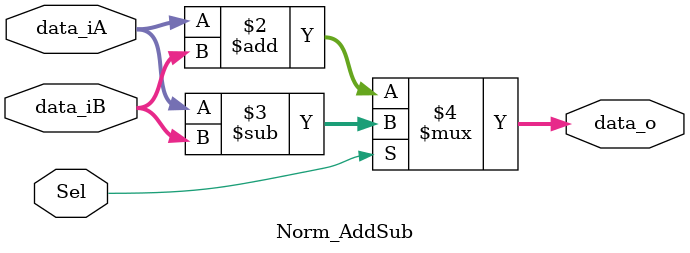
<source format=v>

module Norm_AddSub(data_iA, data_iB, Sel, data_o);
	input [7:0] data_iA, data_iB;
	input Sel;
	output [7:0] data_o;
	
	assign data_o = (~Sel) ? data_iA + data_iB : data_iA - data_iB;
endmodule
</source>
